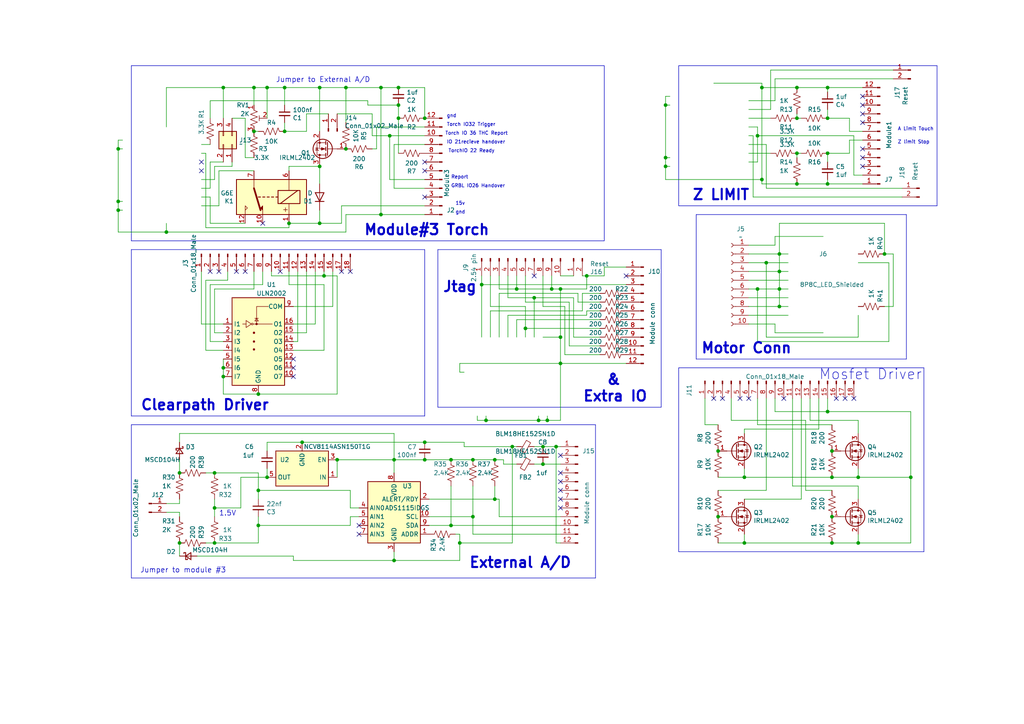
<source format=kicad_sch>
(kicad_sch (version 20230121) (generator eeschema)
  (paper "A4")
  (junction (at 93.98 80.01))
  (junction (at 161.29 129.54))
  (junction (at 130.81 133.35))
  (junction (at 114.3 133.35))
  (junction (at 248.92 138.43))
  (junction (at 139.7 82.55))
  (junction (at 48.26 67.31))
  (junction (at 160.02 83.82))
  (junction (at 34.29 58.42))
  (junction (at 231.14 25.4))
  (junction (at 123.19 133.35))
  (junction (at 73.66 25.4))
  (junction (at 87.63 128.27))
  (junction (at 62.23 147.32))
  (junction (at 100.33 43.18))
  (junction (at 74.93 152.4))
  (junction (at 220.98 25.4))
  (junction (at 143.51 133.35))
  (junction (at 115.57 25.4))
  (junction (at 74.93 114.3))
  (junction (at 226.06 88.9))
  (junction (at 64.77 109.22))
  (junction (at 222.25 76.2))
  (junction (at 83.82 64.77))
  (junction (at 241.3 138.43))
  (junction (at 123.19 34.29))
  (junction (at 74.93 142.24))
  (junction (at 114.3 162.56))
  (junction (at 62.23 157.48))
  (junction (at 149.86 83.82))
  (junction (at 110.49 25.4))
  (junction (at 82.55 25.4))
  (junction (at 241.3 130.81))
  (junction (at 110.49 62.23))
  (junction (at 193.04 30.48))
  (junction (at 92.71 64.77))
  (junction (at 130.81 152.4))
  (junction (at 97.79 133.35))
  (junction (at 154.94 86.36))
  (junction (at 140.97 121.92))
  (junction (at 240.03 53.34))
  (junction (at 34.29 60.96))
  (junction (at 219.71 39.37))
  (junction (at 219.71 83.82))
  (junction (at 162.56 83.82))
  (junction (at 264.16 138.43))
  (junction (at 92.71 48.26))
  (junction (at 208.28 149.86))
  (junction (at 73.66 38.1))
  (junction (at 231.14 53.34))
  (junction (at 137.16 133.35))
  (junction (at 113.03 39.37))
  (junction (at 77.47 138.43))
  (junction (at 137.16 149.86))
  (junction (at 133.35 157.48))
  (junction (at 215.9 157.48))
  (junction (at 62.23 137.16))
  (junction (at 226.06 73.66))
  (junction (at 226.06 78.74))
  (junction (at 115.57 30.48))
  (junction (at 152.4 95.25))
  (junction (at 115.57 34.29))
  (junction (at 34.29 43.18))
  (junction (at 248.92 157.48))
  (junction (at 231.14 44.45))
  (junction (at 220.98 52.07))
  (junction (at 240.03 25.4))
  (junction (at 82.55 38.1))
  (junction (at 231.14 34.29))
  (junction (at 208.28 130.81))
  (junction (at 77.47 25.4))
  (junction (at 240.03 44.45))
  (junction (at 123.19 128.27))
  (junction (at 241.3 157.48))
  (junction (at 157.48 134.62))
  (junction (at 148.59 129.54))
  (junction (at 193.04 48.26))
  (junction (at 170.18 80.01))
  (junction (at 240.03 119.38))
  (junction (at 240.03 34.29))
  (junction (at 241.3 149.86))
  (junction (at 64.77 106.68))
  (junction (at 64.77 25.4))
  (junction (at 226.06 83.82))
  (junction (at 193.04 45.72))
  (junction (at 256.54 73.66))
  (junction (at 215.9 138.43))
  (junction (at 143.51 144.78))
  (junction (at 52.07 137.16))
  (junction (at 52.07 157.48))
  (junction (at 100.33 25.4))
  (junction (at 157.48 129.54))
  (junction (at 162.56 105.41))
  (junction (at 162.56 97.79))
  (junction (at 92.71 25.4))
  (junction (at 156.21 121.92))
  (junction (at 158.75 121.92))
  (no_connect (at 71.12 78.74))
  (no_connect (at 250.19 43.18))
  (no_connect (at 123.19 49.53))
  (no_connect (at 209.55 115.57))
  (no_connect (at 60.96 78.74))
  (no_connect (at 162.56 147.32))
  (no_connect (at 162.56 139.7))
  (no_connect (at 162.56 137.16))
  (no_connect (at 58.42 46.99))
  (no_connect (at 99.06 78.74))
  (no_connect (at 162.56 144.78))
  (no_connect (at 104.14 152.4))
  (no_connect (at 242.57 115.57))
  (no_connect (at 85.09 106.68))
  (no_connect (at 250.19 27.94))
  (no_connect (at 217.17 115.57))
  (no_connect (at 123.19 57.15))
  (no_connect (at 245.11 115.57))
  (no_connect (at 68.58 78.74))
  (no_connect (at 247.65 115.57))
  (no_connect (at 81.28 78.74))
  (no_connect (at 76.2 64.77))
  (no_connect (at 123.19 46.99))
  (no_connect (at 181.61 80.01))
  (no_connect (at 154.94 80.01))
  (no_connect (at 104.14 154.94))
  (no_connect (at 250.19 30.48))
  (no_connect (at 85.09 104.14))
  (no_connect (at 63.5 78.74))
  (no_connect (at 162.56 142.24))
  (no_connect (at 85.09 109.22))
  (no_connect (at 214.63 115.57))
  (no_connect (at 250.19 33.02))
  (no_connect (at 101.6 78.74))
  (no_connect (at 250.19 35.56))
  (no_connect (at 227.33 115.57))
  (no_connect (at 58.42 49.53))
  (no_connect (at 250.19 48.26))
  (no_connect (at 207.01 115.57))
  (no_connect (at 250.19 45.72))
  (no_connect (at 162.56 132.08))
  (wire (pts (xy 114.3 162.56) (xy 114.3 160.02)))
  (wire (pts (xy 204.47 123.19) (xy 208.28 123.19)))
  (wire (pts (xy 264.16 138.43) (xy 248.92 138.43)))
  (wire (pts (xy 93.98 80.01) (xy 97.79 80.01)))
  (wire (pts (xy 175.26 80.01) (xy 175.26 77.47)))
  (wire (pts (xy 123.19 59.69) (xy 99.06 59.69)))
  (wire (pts (xy 161.29 157.48) (xy 162.56 157.48)))
  (wire (pts (xy 74.93 152.4) (xy 101.6 152.4)))
  (wire (pts (xy 62.23 48.26) (xy 67.31 48.26)))
  (wire (pts (xy 217.17 34.29) (xy 223.52 34.29)))
  (wire (pts (xy 62.23 96.52) (xy 64.77 96.52)))
  (wire (pts (xy 63.5 59.69) (xy 63.5 49.53)))
  (wire (pts (xy 162.56 105.41) (xy 162.56 121.92)))
  (wire (pts (xy 100.33 25.4) (xy 92.71 25.4)))
  (wire (pts (xy 247.65 50.8) (xy 247.65 39.37)))
  (wire (pts (xy 60.96 29.21) (xy 60.96 34.29)))
  (wire (pts (xy 193.04 48.26) (xy 194.31 48.26)))
  (wire (pts (xy 101.6 142.24) (xy 101.6 147.32)))
  (wire (pts (xy 233.68 142.24) (xy 241.3 142.24)))
  (wire (pts (xy 60.96 29.21) (xy 106.68 29.21)))
  (wire (pts (xy 107.95 39.37) (xy 113.03 39.37)))
  (wire (pts (xy 142.24 80.01) (xy 142.24 88.9)))
  (wire (pts (xy 99.06 59.69) (xy 99.06 64.77)))
  (wire (pts (xy 217.17 46.99) (xy 219.71 46.99)))
  (wire (pts (xy 219.71 99.06) (xy 257.81 99.06)))
  (wire (pts (xy 168.91 85.09) (xy 173.99 85.09)))
  (wire (pts (xy 259.08 73.66) (xy 259.08 88.9)))
  (wire (pts (xy 62.23 83.82) (xy 62.23 96.52)))
  (wire (pts (xy 106.68 29.21) (xy 106.68 30.48)))
  (wire (pts (xy 161.29 129.54) (xy 161.29 157.48)))
  (wire (pts (xy 232.41 144.78) (xy 215.9 144.78)))
  (wire (pts (xy 88.9 38.1) (xy 88.9 33.02)))
  (polyline (pts (xy 262.89 62.23) (xy 262.89 104.14)))
  (wire (pts (xy 160.02 83.82) (xy 162.56 83.82)))
  (wire (pts (xy 64.77 109.22) (xy 64.77 114.3)))
  (wire (pts (xy 222.25 76.2) (xy 222.25 97.79)))
  (wire (pts (xy 162.56 80.01) (xy 166.37 80.01)))
  (wire (pts (xy 246.38 44.45) (xy 240.03 44.45)))
  (wire (pts (xy 231.14 33.02) (xy 231.14 34.29)))
  (wire (pts (xy 69.85 147.32) (xy 69.85 138.43)))
  (polyline (pts (xy 127 118.11) (xy 191.77 118.11)))
  (wire (pts (xy 222.25 142.24) (xy 208.28 142.24)))
  (wire (pts (xy 57.15 161.29) (xy 85.09 161.29)))
  (wire (pts (xy 247.65 39.37) (xy 219.71 39.37)))
  (wire (pts (xy 217.17 41.91) (xy 222.25 41.91)))
  (wire (pts (xy 246.38 38.1) (xy 250.19 38.1)))
  (wire (pts (xy 74.93 137.16) (xy 74.93 142.24)))
  (wire (pts (xy 149.86 83.82) (xy 160.02 83.82)))
  (wire (pts (xy 138.43 120.65) (xy 138.43 121.92)))
  (wire (pts (xy 76.2 78.74) (xy 76.2 82.55)))
  (polyline (pts (xy 172.72 167.64) (xy 172.72 123.19)))
  (wire (pts (xy 137.16 149.86) (xy 137.16 154.94)))
  (wire (pts (xy 124.46 144.78) (xy 143.51 144.78)))
  (wire (pts (xy 232.41 34.29) (xy 231.14 34.29)))
  (wire (pts (xy 62.23 157.48) (xy 74.93 157.48)))
  (wire (pts (xy 257.81 76.2) (xy 248.92 76.2)))
  (polyline (pts (xy 271.78 19.05) (xy 271.78 59.69)))
  (polyline (pts (xy 123.19 120.65) (xy 38.1 120.65)))
  (wire (pts (xy 248.92 135.89) (xy 248.92 138.43)))
  (wire (pts (xy 114.3 41.91) (xy 123.19 41.91)))
  (polyline (pts (xy 196.85 160.02) (xy 267.97 160.02)))
  (wire (pts (xy 137.16 140.97) (xy 137.16 149.86)))
  (wire (pts (xy 231.14 25.4) (xy 240.03 25.4)))
  (wire (pts (xy 163.83 88.9) (xy 163.83 102.87)))
  (wire (pts (xy 207.01 24.13) (xy 220.98 24.13)))
  (wire (pts (xy 144.78 85.09) (xy 167.64 85.09)))
  (polyline (pts (xy 38.1 120.65) (xy 38.1 72.39)))
  (wire (pts (xy 224.79 68.58) (xy 238.76 68.58)))
  (wire (pts (xy 217.17 76.2) (xy 222.25 76.2)))
  (wire (pts (xy 219.71 123.19) (xy 241.3 123.19)))
  (wire (pts (xy 58.42 78.74) (xy 58.42 93.98)))
  (wire (pts (xy 93.98 82.55) (xy 83.82 82.55)))
  (wire (pts (xy 173.99 95.25) (xy 152.4 95.25)))
  (wire (pts (xy 73.66 25.4) (xy 77.47 25.4)))
  (wire (pts (xy 149.86 129.54) (xy 148.59 129.54)))
  (polyline (pts (xy 196.85 19.05) (xy 271.78 19.05)))
  (wire (pts (xy 144.78 83.82) (xy 149.86 83.82)))
  (wire (pts (xy 115.57 30.48) (xy 115.57 34.29)))
  (wire (pts (xy 163.83 102.87) (xy 173.99 102.87)))
  (wire (pts (xy 162.56 105.41) (xy 181.61 105.41)))
  (wire (pts (xy 97.79 133.35) (xy 114.3 133.35)))
  (wire (pts (xy 93.98 101.6) (xy 93.98 82.55)))
  (polyline (pts (xy 38.1 123.19) (xy 38.1 167.64)))
  (wire (pts (xy 240.03 53.34) (xy 240.03 52.07)))
  (wire (pts (xy 143.51 144.78) (xy 144.78 144.78)))
  (wire (pts (xy 156.21 121.92) (xy 158.75 121.92)))
  (wire (pts (xy 52.07 125.73) (xy 114.3 125.73)))
  (wire (pts (xy 71.12 45.72) (xy 73.66 45.72)))
  (wire (pts (xy 212.09 115.57) (xy 212.09 121.92)))
  (wire (pts (xy 93.98 80.01) (xy 93.98 78.74)))
  (wire (pts (xy 193.04 45.72) (xy 193.04 30.48)))
  (wire (pts (xy 97.79 80.01) (xy 97.79 114.3)))
  (wire (pts (xy 168.91 90.17) (xy 142.24 90.17)))
  (wire (pts (xy 52.07 157.48) (xy 52.07 161.29)))
  (wire (pts (xy 237.49 124.46) (xy 215.9 124.46)))
  (wire (pts (xy 71.12 45.72) (xy 71.12 34.29)))
  (wire (pts (xy 240.03 119.38) (xy 240.03 115.57)))
  (wire (pts (xy 224.79 96.52) (xy 238.76 96.52)))
  (wire (pts (xy 147.32 86.36) (xy 154.94 86.36)))
  (wire (pts (xy 123.19 128.27) (xy 87.63 128.27)))
  (wire (pts (xy 133.35 107.95) (xy 133.35 105.41)))
  (wire (pts (xy 175.26 77.47) (xy 181.61 77.47)))
  (wire (pts (xy 237.49 115.57) (xy 237.49 124.46)))
  (wire (pts (xy 229.87 115.57) (xy 229.87 140.97)))
  (wire (pts (xy 248.92 97.79) (xy 248.92 91.44)))
  (wire (pts (xy 240.03 25.4) (xy 240.03 26.67)))
  (wire (pts (xy 109.22 36.83) (xy 109.22 43.18)))
  (wire (pts (xy 256.54 64.77) (xy 256.54 73.66)))
  (wire (pts (xy 92.71 53.34) (xy 92.71 48.26)))
  (wire (pts (xy 85.09 162.56) (xy 114.3 162.56)))
  (polyline (pts (xy 127 72.39) (xy 191.77 72.39)))
  (wire (pts (xy 259.08 88.9) (xy 256.54 88.9)))
  (wire (pts (xy 48.26 67.31) (xy 34.29 67.31)))
  (wire (pts (xy 226.06 73.66) (xy 226.06 78.74)))
  (wire (pts (xy 248.92 154.94) (xy 248.92 157.48)))
  (wire (pts (xy 226.06 83.82) (xy 228.6 83.82)))
  (wire (pts (xy 240.03 31.75) (xy 240.03 34.29)))
  (wire (pts (xy 217.17 83.82) (xy 219.71 83.82)))
  (wire (pts (xy 217.17 31.75) (xy 223.52 31.75)))
  (wire (pts (xy 34.29 60.96) (xy 34.29 67.31)))
  (wire (pts (xy 234.95 121.92) (xy 248.92 121.92)))
  (wire (pts (xy 246.38 34.29) (xy 246.38 38.1)))
  (wire (pts (xy 78.74 80.01) (xy 93.98 80.01)))
  (wire (pts (xy 110.49 25.4) (xy 115.57 25.4)))
  (wire (pts (xy 248.92 157.48) (xy 241.3 157.48)))
  (wire (pts (xy 58.42 59.69) (xy 63.5 59.69)))
  (wire (pts (xy 226.06 73.66) (xy 228.6 73.66)))
  (wire (pts (xy 115.57 25.4) (xy 123.19 25.4)))
  (wire (pts (xy 59.69 157.48) (xy 62.23 157.48)))
  (wire (pts (xy 113.03 52.07) (xy 113.03 39.37)))
  (wire (pts (xy 170.18 80.01) (xy 175.26 80.01)))
  (wire (pts (xy 74.93 144.78) (xy 74.93 142.24)))
  (wire (pts (xy 96.52 88.9) (xy 96.52 78.74)))
  (wire (pts (xy 60.96 57.15) (xy 60.96 64.77)))
  (wire (pts (xy 134.62 107.95) (xy 133.35 107.95)))
  (wire (pts (xy 246.38 44.45) (xy 246.38 40.64)))
  (wire (pts (xy 74.93 157.48) (xy 74.93 152.4)))
  (wire (pts (xy 34.29 43.18) (xy 34.29 58.42)))
  (wire (pts (xy 85.09 99.06) (xy 86.36 99.06)))
  (polyline (pts (xy 172.72 123.19) (xy 38.1 123.19)))
  (wire (pts (xy 35.56 58.42) (xy 34.29 58.42)))
  (wire (pts (xy 60.96 99.06) (xy 64.77 99.06)))
  (wire (pts (xy 114.3 125.73) (xy 114.3 133.35)))
  (wire (pts (xy 154.94 134.62) (xy 157.48 134.62)))
  (wire (pts (xy 60.96 41.91) (xy 58.42 41.91)))
  (wire (pts (xy 170.18 90.17) (xy 173.99 90.17)))
  (wire (pts (xy 219.71 46.99) (xy 219.71 39.37)))
  (wire (pts (xy 246.38 40.64) (xy 250.19 40.64)))
  (wire (pts (xy 107.95 33.02) (xy 107.95 39.37)))
  (wire (pts (xy 219.71 39.37) (xy 219.71 36.83)))
  (wire (pts (xy 215.9 157.48) (xy 208.28 157.48)))
  (polyline (pts (xy 201.93 104.14) (xy 262.89 104.14)))
  (wire (pts (xy 63.5 49.53) (xy 73.66 49.53)))
  (wire (pts (xy 139.7 80.01) (xy 139.7 82.55)))
  (wire (pts (xy 64.77 34.29) (xy 64.77 25.4)))
  (wire (pts (xy 52.07 128.27) (xy 52.07 125.73)))
  (polyline (pts (xy 38.1 19.05) (xy 175.26 19.05)))
  (wire (pts (xy 166.37 97.79) (xy 173.99 97.79)))
  (wire (pts (xy 100.33 62.23) (xy 110.49 62.23)))
  (wire (pts (xy 64.77 104.14) (xy 64.77 106.68)))
  (wire (pts (xy 193.04 45.72) (xy 194.31 45.72)))
  (wire (pts (xy 149.86 80.01) (xy 149.86 83.82)))
  (wire (pts (xy 144.78 80.01) (xy 144.78 83.82)))
  (wire (pts (xy 193.04 48.26) (xy 193.04 45.72)))
  (wire (pts (xy 222.25 41.91) (xy 222.25 54.61)))
  (polyline (pts (xy 196.85 106.68) (xy 196.85 160.02)))
  (wire (pts (xy 87.63 128.27) (xy 77.47 128.27)))
  (wire (pts (xy 92.71 25.4) (xy 82.55 25.4)))
  (wire (pts (xy 100.33 25.4) (xy 110.49 25.4)))
  (wire (pts (xy 154.94 86.36) (xy 166.37 86.36)))
  (wire (pts (xy 148.59 129.54) (xy 134.62 129.54)))
  (wire (pts (xy 264.16 138.43) (xy 264.16 157.48)))
  (wire (pts (xy 58.42 54.61) (xy 60.96 54.61)))
  (wire (pts (xy 114.3 137.16) (xy 114.3 133.35)))
  (wire (pts (xy 231.14 53.34) (xy 240.03 53.34)))
  (wire (pts (xy 66.04 81.28) (xy 59.69 81.28)))
  (wire (pts (xy 215.9 138.43) (xy 241.3 138.43)))
  (wire (pts (xy 167.64 87.63) (xy 173.99 87.63)))
  (wire (pts (xy 59.69 44.45) (xy 58.42 44.45)))
  (polyline (pts (xy 191.77 72.39) (xy 191.77 118.11)))
  (wire (pts (xy 110.49 62.23) (xy 110.49 25.4)))
  (wire (pts (xy 165.1 87.63) (xy 165.1 100.33)))
  (wire (pts (xy 157.48 134.62) (xy 162.56 134.62)))
  (wire (pts (xy 248.92 121.92) (xy 248.92 125.73)))
  (wire (pts (xy 220.98 53.34) (xy 231.14 53.34)))
  (wire (pts (xy 140.97 121.92) (xy 156.21 121.92)))
  (wire (pts (xy 124.46 149.86) (xy 137.16 149.86)))
  (wire (pts (xy 168.91 85.09) (xy 168.91 90.17)))
  (wire (pts (xy 222.25 115.57) (xy 222.25 142.24)))
  (wire (pts (xy 222.25 97.79) (xy 248.92 97.79)))
  (wire (pts (xy 248.92 140.97) (xy 248.92 144.78)))
  (polyline (pts (xy 196.85 59.69) (xy 271.78 59.69)))
  (wire (pts (xy 217.17 86.36) (xy 228.6 86.36)))
  (wire (pts (xy 62.23 137.16) (xy 74.93 137.16)))
  (wire (pts (xy 97.79 138.43) (xy 97.79 133.35)))
  (wire (pts (xy 78.74 78.74) (xy 78.74 80.01)))
  (wire (pts (xy 114.3 162.56) (xy 133.35 162.56)))
  (wire (pts (xy 123.19 52.07) (xy 113.03 52.07)))
  (wire (pts (xy 130.81 140.97) (xy 130.81 152.4)))
  (wire (pts (xy 92.71 64.77) (xy 83.82 64.77)))
  (wire (pts (xy 113.03 39.37) (xy 123.19 39.37)))
  (wire (pts (xy 166.37 86.36) (xy 166.37 97.79)))
  (wire (pts (xy 193.04 52.07) (xy 220.98 52.07)))
  (wire (pts (xy 114.3 133.35) (xy 123.19 133.35)))
  (wire (pts (xy 224.79 119.38) (xy 240.03 119.38)))
  (wire (pts (xy 88.9 78.74) (xy 88.9 96.52)))
  (wire (pts (xy 88.9 96.52) (xy 85.09 96.52)))
  (wire (pts (xy 99.06 64.77) (xy 92.71 64.77)))
  (wire (pts (xy 100.33 67.31) (xy 100.33 62.23)))
  (wire (pts (xy 248.92 138.43) (xy 241.3 138.43)))
  (wire (pts (xy 161.29 129.54) (xy 157.48 129.54)))
  (wire (pts (xy 152.4 80.01) (xy 152.4 87.63)))
  (wire (pts (xy 88.9 33.02) (xy 95.25 33.02)))
  (wire (pts (xy 59.69 81.28) (xy 59.69 101.6)))
  (wire (pts (xy 83.82 64.77) (xy 83.82 66.04)))
  (wire (pts (xy 138.43 121.92) (xy 140.97 121.92)))
  (wire (pts (xy 62.23 144.78) (xy 62.23 147.32)))
  (wire (pts (xy 170.18 83.82) (xy 170.18 80.01)))
  (wire (pts (xy 114.3 54.61) (xy 114.3 41.91)))
  (wire (pts (xy 143.51 133.35) (xy 137.16 133.35)))
  (wire (pts (xy 246.38 34.29) (xy 240.03 34.29)))
  (wire (pts (xy 146.05 133.35) (xy 143.51 133.35)))
  (wire (pts (xy 58.42 57.15) (xy 60.96 57.15)))
  (wire (pts (xy 193.04 27.94) (xy 194.31 27.94)))
  (wire (pts (xy 64.77 114.3) (xy 74.93 114.3)))
  (wire (pts (xy 217.17 81.28) (xy 228.6 81.28)))
  (wire (pts (xy 219.71 115.57) (xy 219.71 123.19)))
  (wire (pts (xy 64.77 106.68) (xy 64.77 109.22)))
  (wire (pts (xy 97.79 33.02) (xy 107.95 33.02)))
  (wire (pts (xy 71.12 34.29) (xy 67.31 34.29)))
  (wire (pts (xy 152.4 88.9) (xy 142.24 88.9)))
  (polyline (pts (xy 38.1 72.39) (xy 123.19 72.39)))
  (wire (pts (xy 215.9 124.46) (xy 215.9 125.73)))
  (wire (pts (xy 146.05 133.35) (xy 146.05 134.62)))
  (wire (pts (xy 48.26 25.4) (xy 48.26 36.83)))
  (wire (pts (xy 62.23 147.32) (xy 69.85 147.32)))
  (wire (pts (xy 101.6 152.4) (xy 101.6 149.86)))
  (wire (pts (xy 152.4 95.25) (xy 152.4 97.79)))
  (wire (pts (xy 226.06 83.82) (xy 226.06 88.9)))
  (wire (pts (xy 250.19 50.8) (xy 247.65 50.8)))
  (wire (pts (xy 162.56 83.82) (xy 170.18 83.82)))
  (wire (pts (xy 101.6 149.86) (xy 104.14 149.86)))
  (wire (pts (xy 82.55 35.56) (xy 82.55 38.1)))
  (wire (pts (xy 140.97 120.65) (xy 140.97 121.92)))
  (wire (pts (xy 85.09 93.98) (xy 91.44 93.98)))
  (polyline (pts (xy 38.1 69.85) (xy 175.26 69.85)))
  (wire (pts (xy 139.7 82.55) (xy 181.61 82.55)))
  (polyline (pts (xy 262.89 62.23) (xy 201.93 62.23)))
  (wire (pts (xy 156.21 120.65) (xy 156.21 121.92)))
  (wire (pts (xy 97.79 114.3) (xy 74.93 114.3)))
  (wire (pts (xy 74.93 142.24) (xy 101.6 142.24)))
  (polyline (pts (xy 267.97 160.02) (xy 267.97 106.68)))
  (wire (pts (xy 34.29 43.18) (xy 35.56 43.18)))
  (wire (pts (xy 231.14 25.4) (xy 220.98 25.4)))
  (wire (pts (xy 58.42 93.98) (xy 64.77 93.98)))
  (wire (pts (xy 157.48 80.01) (xy 157.48 88.9)))
  (wire (pts (xy 240.03 46.99) (xy 240.03 44.45)))
  (polyline (pts (xy 123.19 72.39) (xy 123.19 120.65)))
  (wire (pts (xy 92.71 60.96) (xy 92.71 64.77)))
  (wire (pts (xy 264.16 157.48) (xy 248.92 157.48)))
  (wire (pts (xy 193.04 30.48) (xy 194.31 30.48)))
  (wire (pts (xy 212.09 121.92) (xy 233.68 121.92)))
  (wire (pts (xy 52.07 148.59) (xy 52.07 149.86)))
  (wire (pts (xy 66.04 78.74) (xy 66.04 81.28)))
  (wire (pts (xy 100.33 35.56) (xy 100.33 25.4)))
  (wire (pts (xy 152.4 87.63) (xy 165.1 87.63)))
  (wire (pts (xy 217.17 29.21) (xy 224.79 29.21)))
  (wire (pts (xy 158.75 121.92) (xy 162.56 121.92)))
  (wire (pts (xy 170.18 90.17) (xy 170.18 91.44)))
  (wire (pts (xy 74.93 38.1) (xy 73.66 38.1)))
  (wire (pts (xy 123.19 25.4) (xy 123.19 34.29)))
  (wire (pts (xy 218.44 39.37) (xy 218.44 57.15)))
  (wire (pts (xy 257.81 99.06) (xy 257.81 76.2)))
  (wire (pts (xy 142.24 90.17) (xy 142.24 97.79)))
  (wire (pts (xy 77.47 34.29) (xy 77.47 25.4)))
  (wire (pts (xy 217.17 73.66) (xy 226.06 73.66)))
  (wire (pts (xy 170.18 91.44) (xy 147.32 91.44)))
  (wire (pts (xy 224.79 115.57) (xy 224.79 119.38)))
  (wire (pts (xy 74.93 149.86) (xy 74.93 152.4)))
  (polyline (pts (xy 175.26 19.05) (xy 175.26 69.85)))
  (wire (pts (xy 226.06 78.74) (xy 228.6 78.74)))
  (wire (pts (xy 73.66 30.48) (xy 73.66 25.4)))
  (wire (pts (xy 134.62 128.27) (xy 123.19 128.27)))
  (wire (pts (xy 106.68 30.48) (xy 115.57 30.48)))
  (wire (pts (xy 59.69 137.16) (xy 62.23 137.16)))
  (wire (pts (xy 152.4 88.9) (xy 152.4 95.25)))
  (wire (pts (xy 91.44 93.98) (xy 91.44 78.74)))
  (wire (pts (xy 60.96 82.55) (xy 60.96 99.06)))
  (wire (pts (xy 154.94 86.36) (xy 154.94 97.79)))
  (wire (pts (xy 109.22 43.18) (xy 107.95 43.18)))
  (wire (pts (xy 77.47 25.4) (xy 82.55 25.4)))
  (wire (pts (xy 48.26 146.05) (xy 52.07 146.05)))
  (wire (pts (xy 226.06 64.77) (xy 256.54 64.77)))
  (wire (pts (xy 240.03 53.34) (xy 250.19 53.34)))
  (wire (pts (xy 85.09 101.6) (xy 93.98 101.6)))
  (wire (pts (xy 226.06 73.66) (xy 226.06 64.77)))
  (wire (pts (xy 59.69 66.04) (xy 59.69 44.45)))
  (polyline (pts (xy 127 72.39) (xy 127 118.11)))
  (wire (pts (xy 148.59 157.48) (xy 133.35 157.48)))
  (wire (pts (xy 143.51 140.97) (xy 143.51 144.78)))
  (wire (pts (xy 60.96 54.61) (xy 60.96 46.99)))
  (wire (pts (xy 133.35 157.48) (xy 133.35 162.56)))
  (wire (pts (xy 83.82 48.26) (xy 83.82 49.53)))
  (wire (pts (xy 222.25 76.2) (xy 228.6 76.2)))
  (wire (pts (xy 232.41 115.57) (xy 232.41 144.78)))
  (wire (pts (xy 215.9 138.43) (xy 215.9 135.89)))
  (wire (pts (xy 217.17 88.9) (xy 226.06 88.9)))
  (wire (pts (xy 133.35 105.41) (xy 162.56 105.41)))
  (wire (pts (xy 162.56 129.54) (xy 161.29 129.54)))
  (wire (pts (xy 52.07 146.05) (xy 52.07 144.78)))
  (wire (pts (xy 162.56 97.79) (xy 162.56 105.41)))
  (wire (pts (xy 62.23 147.32) (xy 62.23 149.86)))
  (wire (pts (xy 144.78 85.09) (xy 144.78 97.79)))
  (wire (pts (xy 144.78 144.78) (xy 144.78 149.86)))
  (wire (pts (xy 149.86 92.71) (xy 173.99 92.71)))
  (wire (pts (xy 208.28 138.43) (xy 215.9 138.43)))
  (wire (pts (xy 217.17 39.37) (xy 218.44 39.37)))
  (wire (pts (xy 154.94 129.54) (xy 157.48 129.54)))
  (polyline (pts (xy 201.93 62.23) (xy 201.93 104.14)))
  (wire (pts (xy 231.14 45.72) (xy 231.14 44.45)))
  (wire (pts (xy 139.7 82.55) (xy 139.7 97.79)))
  (wire (pts (xy 48.26 64.77) (xy 48.26 67.31)))
  (wire (pts (xy 92.71 25.4) (xy 92.71 38.1)))
  (wire (pts (xy 86.36 99.06) (xy 86.36 78.74)))
  (wire (pts (xy 222.25 54.61) (xy 261.62 54.61)))
  (wire (pts (xy 34.29 58.42) (xy 34.29 60.96)))
  (wire (pts (xy 82.55 25.4) (xy 82.55 30.48)))
  (wire (pts (xy 224.79 93.98) (xy 224.79 96.52)))
  (wire (pts (xy 85.09 88.9) (xy 96.52 88.9)))
  (wire (pts (xy 133.35 154.94) (xy 133.35 157.48)))
  (wire (pts (xy 67.31 48.26) (xy 67.31 46.99)))
  (wire (pts (xy 223.52 31.75) (xy 223.52 20.32)))
  (wire (pts (xy 240.03 25.4) (xy 250.19 25.4)))
  (wire (pts (xy 149.86 92.71) (xy 149.86 97.79)))
  (wire (pts (xy 240.03 119.38) (xy 264.16 119.38)))
  (wire (pts (xy 233.68 121.92) (xy 233.68 142.24)))
  (wire (pts (xy 83.82 66.04) (xy 59.69 66.04)))
  (wire (pts (xy 77.47 135.89) (xy 77.47 138.43)))
  (wire (pts (xy 144.78 149.86) (xy 162.56 149.86)))
  (wire (pts (xy 130.81 152.4) (xy 162.56 152.4)))
  (wire (pts (xy 101.6 147.32) (xy 104.14 147.32)))
  (wire (pts (xy 232.41 44.45) (xy 231.14 44.45)))
  (polyline (pts (xy 38.1 167.64) (xy 172.72 167.64)))
  (wire (pts (xy 85.09 161.29) (xy 85.09 162.56)))
  (wire (pts (xy 219.71 83.82) (xy 226.06 83.82)))
  (wire (pts (xy 193.04 30.48) (xy 193.04 27.94)))
  (wire (pts (xy 217.17 71.12) (xy 224.79 71.12)))
  (wire (pts (xy 73.66 78.74) (xy 73.66 83.82)))
  (wire (pts (xy 83.82 82.55) (xy 83.82 78.74)))
  (wire (pts (xy 148.59 129.54) (xy 148.59 157.48)))
  (wire (pts (xy 157.48 97.79) (xy 162.56 97.79)))
  (wire (pts (xy 60.96 46.99) (xy 64.77 46.99)))
  (wire (pts (xy 157.48 88.9) (xy 163.83 88.9)))
  (wire (pts (xy 224.79 29.21) (xy 224.79 22.86)))
  (wire (pts (xy 48.26 67.31) (xy 100.33 67.31)))
  (wire (pts (xy 226.06 88.9) (xy 228.6 88.9)))
  (wire (pts (xy 168.91 80.01) (xy 170.18 80.01)))
  (wire (pts (xy 224.79 71.12) (xy 224.79 68.58)))
  (wire (pts (xy 48.26 148.59) (xy 52.07 148.59)))
  (wire (pts (xy 62.23 48.26) (xy 62.23 52.07)))
  (wire (pts (xy 132.08 154.94) (xy 133.35 154.94)))
  (wire (pts (xy 69.85 138.43) (xy 77.47 138.43)))
  (wire (pts (xy 147.32 80.01) (xy 147.32 86.36)))
  (wire (pts (xy 64.77 25.4) (xy 73.66 25.4)))
  (wire (pts (xy 220.98 52.07) (xy 220.98 53.34)))
  (wire (pts (xy 77.47 128.27) (xy 77.47 130.81)))
  (wire (pts (xy 167.64 85.09) (xy 167.64 87.63)))
  (wire (pts (xy 217.17 91.44) (xy 228.6 91.44)))
  (wire (pts (xy 64.77 25.4) (xy 48.26 25.4)))
  (wire (pts (xy 134.62 129.54) (xy 134.62 128.27)))
  (wire (pts (xy 73.66 83.82) (xy 62.23 83.82)))
  (wire (pts (xy 256.54 73.66) (xy 259.08 73.66)))
  (wire (pts (xy 35.56 60.96) (xy 34.29 60.96)))
  (wire (pts (xy 226.06 78.74) (xy 226.06 83.82)))
  (wire (pts (xy 217.17 93.98) (xy 224.79 93.98)))
  (wire (pts (xy 123.19 62.23) (xy 110.49 62.23)))
  (wire (pts (xy 193.04 48.26) (xy 193.04 52.07)))
  (wire (pts (xy 52.07 137.16) (xy 52.07 133.35)))
  (wire (pts (xy 217.17 44.45) (xy 223.52 44.45)))
  (wire (pts (xy 264.16 119.38) (xy 264.16 138.43)))
  (wire (pts (xy 62.23 52.07) (xy 58.42 52.07)))
  (wire (pts (xy 165.1 100.33) (xy 173.99 100.33)))
  (wire (pts (xy 160.02 80.01) (xy 160.02 83.82)))
  (wire (pts (xy 123.19 133.35) (xy 130.81 133.35)))
  (wire (pts (xy 137.16 133.35) (xy 130.81 133.35)))
  (wire (pts (xy 215.9 154.94) (xy 215.9 157.48)))
  (polyline (pts (xy 196.85 19.05) (xy 196.85 59.69)))
  (polyline (pts (xy 267.97 106.68) (xy 196.85 106.68)))
  (wire (pts (xy 217.17 78.74) (xy 226.06 78.74)))
  (wire (pts (xy 219.71 83.82) (xy 219.71 99.06)))
  (wire (pts (xy 92.71 48.26) (xy 83.82 48.26)))
  (wire (pts (xy 219.71 36.83) (xy 217.17 36.83)))
  (wire (pts (xy 204.47 115.57) (xy 204.47 123.19)))
  (wire (pts (xy 241.3 157.48) (xy 215.9 157.48)))
  (wire (pts (xy 147.32 91.44) (xy 147.32 97.79)))
  (wire (pts (xy 220.98 24.13) (xy 220.98 25.4)))
  (wire (pts (xy 124.46 152.4) (xy 130.81 152.4)))
  (wire (pts (xy 123.19 54.61) (xy 114.3 54.61)))
  (wire (pts (xy 60.96 64.77) (xy 71.12 64.77)))
  (wire (pts (xy 60.96 82.55) (xy 76.2 82.55)))
  (wire (pts (xy 115.57 34.29) (xy 115.57 44.45)))
  (wire (pts (xy 162.56 97.79) (xy 162.56 83.82)))
  (wire (pts (xy 234.95 115.57) (xy 234.95 121.92)))
  (wire (pts (xy 158.75 120.65) (xy 158.75 121.92)))
  (wire (pts (xy 220.98 25.4) (xy 220.98 52.07)))
  (wire (pts (xy 88.9 38.1) (xy 82.55 38.1)))
  (polyline (pts (xy 38.1 19.05) (xy 38.1 69.85)))
  (wire (pts (xy 123.19 36.83) (xy 109.22 36.83)))
  (wire (pts (xy 146.05 134.62) (xy 149.86 134.62)))
  (wire (pts (xy 137.16 154.94) (xy 162.56 154.94)))
  (wire (pts (xy 35.56 40.64) (xy 34.29 40.64)))
  (wire (pts (xy 223.52 20.32) (xy 259.08 20.32)))
  (wire (pts (xy 34.29 40.64) (xy 34.29 43.18)))
  (wire (pts (xy 229.87 140.97) (xy 248.92 140.97)))
  (wire (pts (xy 59.69 101.6) (xy 64.77 101.6)))
  (wire (pts (xy 218.44 57.15) (xy 261.62 57.15)))
  (wire (pts (xy 224.79 22.86) (xy 259.08 22.86)))
  (text "TorchIO 22 Ready" (at 143.51 44.45 0) (effects (font (size 0.9906 0.9906)) (justify right bottom)))
  (text "Jumper to External A/D\n" (at 80.01 24.13 0) (effects (font (size 1.4986 1.4986)) (justify left bottom)))
  (text "Report" (at 130.81 52.07 0) (effects (font (size 0.9972 0.9972)) (justify left bottom)))
  (text "Z limit Stop" (at 260.35 41.91 0) (effects (font (size 0.9906 0.9906)) (justify left bottom)))
  (text "gnd" (at 129.54 34.29 0) (effects (font (size 0.9906 0.9906)) (justify left bottom)))
  (text "Jumper to module #3\n" (at 40.64 166.37 0) (effects (font (size 1.4986 1.4986)) (justify left bottom)))
  (text "Mosfet Driver" (at 237.49 110.49 0) (effects (font (size 2.9972 2.9972)) (justify left bottom)))
  (text "Torch IO32 Trigger" (at 129.54 36.83 0) (effects (font (size 0.9906 0.9906)) (justify left bottom)))
  (text "Motor Conn" (at 203.2 102.87 0) (effects (font (size 2.9972 2.9972) (thickness 0.5994) bold) (justify left bottom)))
  (text "   &\nExtra IO" (at 168.91 116.84 0) (effects (font (size 2.9972 2.9972) (thickness 0.5994) bold) (justify left bottom)))
  (text "External A/D" (at 135.89 165.1 0) (effects (font (size 2.9972 2.9972) (thickness 0.5994) bold) (justify left bottom)))
  (text "gnd" (at 132.08 62.23 0) (effects (font (size 0.9906 0.9906)) (justify left bottom)))
  (text "Clearpath Driver" (at 40.64 119.38 0) (effects (font (size 2.9972 2.9972) (thickness 0.5994) bold) (justify left bottom)))
  (text "Z LIMIT" (at 200.66 58.42 0) (effects (font (size 2.9972 2.9972) (thickness 0.5994) bold) (justify left bottom)))
  (text "15v" (at 132.08 59.69 0) (effects (font (size 0.9906 0.9906)) (justify left bottom)))
  (text "A Limit Touch" (at 260.35 38.1 0) (effects (font (size 0.9906 0.9906)) (justify left bottom)))
  (text "Torch IO 36 THC Report" (at 147.32 39.37 0) (effects (font (size 0.9906 0.9906)) (justify right bottom)))
  (text "Module#3 Torch" (at 105.41 68.58 0) (effects (font (size 2.9972 2.9972) (thickness 0.5994) bold) (justify left bottom)))
  (text "Jtag" (at 128.27 85.09 0) (effects (font (size 2.9972 2.9972) (thickness 0.5994) bold) (justify left bottom)))
  (text "IO 21recieve handover" (at 129.54 41.91 0) (effects (font (size 0.9906 0.9906)) (justify left bottom)))
  (text "1.5V" (at 63.5 149.86 0) (effects (font (size 1.4986 1.4986)) (justify left bottom)))
  (text "GRBL IO26 Handover" (at 130.81 54.61 0) (effects (font (size 0.9906 0.9906)) (justify left bottom)))
  (symbol (lib_id "Transistor_Array:ULN2002") (at 74.93 99.06 0) (unit 1)
    (property "Reference" "U1" (at 78.74 82.55 0))
    (property "Value" "ULN2002" (at 78.74 85.09 0))
    (property "Footprint" "Package_SO:SO-16_3.9x9.9mm_P1.27mm" (effects hide))
    (property "Datasheet" "http://www.ti.com/lit/ds/symlink/uln2003a.pdf" (effects hide))
    (property "LCSC" "C91899" (effects hide))
    (property "PN" "ULN2002D1013TR" (effects hide))
  )
  (symbol (lib_id "Connector:Conn_01x18_Male") (at 78.74 73.66 90) (mirror x) (unit 1)
    (property "Reference" "J3" (at 53.8226 76.4032 0))
    (property "Value" "Conn_01x18_Male" (at 56.134 76.4032 0))
    (property "Footprint" "Libraries - Plasma-Board:ClearpathDriver" (effects hide))
  )
  (symbol (lib_id "Connector:Conn_01x10_Female") (at 212.09 81.28 0) (mirror y) (unit 1)
    (property "Reference" "J5" (at 214.8332 66.421 0))
    (property "Value" "~" (at 214.8332 68.7324 0))
    (property "Footprint" "Connector_PinSocket_2.54mm:PinSocket_2x05_P2.54mm_Horizontal" (effects hide))
  )
  (symbol (lib_id "Connector:Conn_01x12_Male") (at 255.27 40.64 180) (unit 1)
    (property "Reference" "J7" (at 256.54 52.07 0) (effects (justify right)))
    (property "Value" "Module1" (at 257.81 43.18 90) (effects (justify right)))
    (property "Footprint" "Connector_PinHeader_2.54mm:PinHeader_1x12_P2.54mm_Vertical" (effects hide))
  )
  (symbol (lib_id "Device:C_Small") (at 240.03 29.21 0) (mirror y) (unit 1)
    (property "Reference" "C4" (at 242.3668 30.3784 0) (effects (justify right)))
    (property "Value" "1uf" (at 242.3668 28.067 0) (effects (justify right)))
    (property "Footprint" "Capacitor_SMD:C_0603_1608Metric_Pad1.08x0.95mm_HandSolder" (effects hide))
    (property "Datasheet" "https://datasheet.lcsc.com/szlcsc/Samsung-Electro-Mechanics-CL10B105KA8NNNC_C29936.pdf" (effects hide))
    (property "LCSC" "C29936" (effects hide))
    (property "PN" "CL10B105KA8NNNC " (effects hide))
  )
  (symbol (lib_id "Device:R_US") (at 236.22 34.29 270) (mirror x) (unit 1)
    (property "Reference" "R15" (at 236.22 31.75 90))
    (property "Value" "10K" (at 236.22 37.1856 90))
    (property "Footprint" "Resistor_SMD:R_0603_1608Metric_Pad0.98x0.95mm_HandSolder" (effects hide))
    (property "LCSC" "C144081" (effects hide))
    (property "PN" "AF0603FR-0710KL" (effects hide))
  )
  (symbol (lib_id "Device:R_US") (at 231.14 29.21 0) (mirror x) (unit 1)
    (property "Reference" "R13" (at 226.06 31.75 0) (effects (justify left)))
    (property "Value" "1K" (at 226.06 29.21 0) (effects (justify left)))
    (property "Footprint" "Resistor_SMD:R_0603_1608Metric_Pad0.98x0.95mm_HandSolder" (effects hide))
    (property "LCSC" "C22548" (effects hide))
    (property "PN" "RC0603FR-071KL" (effects hide))
  )
  (symbol (lib_id "Device:R_US") (at 227.33 34.29 90) (unit 1)
    (property "Reference" "R11" (at 226.06 36.83 90) (effects (justify right)))
    (property "Value" "3.3K" (at 226.06 38.1 90) (effects (justify right)))
    (property "Footprint" "Resistor_SMD:R_0603_1608Metric_Pad0.98x0.95mm_HandSolder" (effects hide))
    (property "LCSC" "C144661" (effects hide))
    (property "PN" "AC0603FR-073K3L" (effects hide))
  )
  (symbol (lib_id "Device:C_Small") (at 240.03 49.53 180) (unit 1)
    (property "Reference" "C5" (at 242.3668 48.3616 0) (effects (justify right)))
    (property "Value" "1uf" (at 242.3668 50.673 0) (effects (justify right)))
    (property "Footprint" "Capacitor_SMD:C_0603_1608Metric_Pad1.08x0.95mm_HandSolder" (effects hide))
    (property "Datasheet" "https://datasheet.lcsc.com/szlcsc/Samsung-Electro-Mechanics-CL10B105KA8NNNC_C29936.pdf" (effects hide))
    (property "LCSC" "C29936" (effects hide))
    (property "PN" "CL10B105KA8NNNC " (effects hide))
  )
  (symbol (lib_id "Device:R_US") (at 236.22 44.45 270) (unit 1)
    (property "Reference" "R16" (at 236.22 46.99 90))
    (property "Value" "10K" (at 236.22 41.5544 90))
    (property "Footprint" "Resistor_SMD:R_0603_1608Metric_Pad0.98x0.95mm_HandSolder" (effects hide))
    (property "LCSC" "C144081" (effects hide))
    (property "PN" "AF0603FR-0710KL" (effects hide))
  )
  (symbol (lib_id "Device:R_US") (at 231.14 49.53 0) (unit 1)
    (property "Reference" "R14" (at 226.06 46.99 0) (effects (justify left)))
    (property "Value" "1K" (at 226.06 49.53 0) (effects (justify left)))
    (property "Footprint" "Resistor_SMD:R_0603_1608Metric_Pad0.98x0.95mm_HandSolder" (effects hide))
    (property "LCSC" "C22548" (effects hide))
    (property "PN" "RC0603FR-071KL" (effects hide))
  )
  (symbol (lib_id "Device:R_US") (at 227.33 44.45 90) (mirror x) (unit 1)
    (property "Reference" "R12" (at 226.06 40.64 90) (effects (justify right)))
    (property "Value" "3.3K" (at 226.06 41.91 90) (effects (justify right)))
    (property "Footprint" "Resistor_SMD:R_0603_1608Metric_Pad0.98x0.95mm_HandSolder" (effects hide))
    (property "LCSC" "C144661" (effects hide))
    (property "PN" "AC0603FR-073K3L" (effects hide))
  )
  (symbol (lib_id "Torch-Module-rescue:8P8C_Shielded_Custom-8P8C_Shielded") (at 48.26 52.07 0) (unit 1)
    (property "Reference" "J1" (at 43.18 38.1 0) (effects (justify right)))
    (property "Value" "Torch" (at 44.45 35.56 0) (effects (justify right)))
    (property "Footprint" "RJHSE-3380:RJHSE3384" (effects hide))
    (property "Datasheet" "https://datasheet.lcsc.com/szlcsc/1811141123_Shanghai-YDS-Tech-51F-1210GY2D2NL_C179768.pdf" (effects hide))
    (property "LCSC" "C179768" (effects hide))
    (property "PN" "51F-1210GY2D2NL" (effects hide))
  )
  (symbol (lib_id "Torch-Module-rescue:8P8C_Shielded_Custom-8P8C_Shielded") (at 207.01 39.37 0) (unit 1)
    (property "Reference" "J4" (at 201.93 25.4 0) (effects (justify right)))
    (property "Value" "Limit" (at 203.2 22.86 0) (effects (justify right)))
    (property "Footprint" "RJHSE-3380:RJHSE3384" (effects hide))
    (property "Datasheet" "https://datasheet.lcsc.com/szlcsc/1811141123_Shanghai-YDS-Tech-51F-1210GY2D2NL_C179768.pdf" (effects hide))
    (property "LCSC" "C179768" (effects hide))
    (property "PN" "51F-1210GY2D2NL" (effects hide))
  )
  (symbol (lib_id "Connector:Conn_01x12_Male") (at 186.69 90.17 0) (mirror y) (unit 1)
    (property "Reference" "J10" (at 187.96 78.74 0) (effects (justify right)))
    (property "Value" "Module conn" (at 189.23 87.63 90) (effects (justify right)))
    (property "Footprint" "Connector_PinHeader_2.54mm:PinHeader_1x12_P2.54mm_Vertical" (effects hide))
  )
  (symbol (lib_id "Connector:Conn_01x10_Male") (at 149.86 74.93 90) (mirror x) (unit 1)
    (property "Reference" "J9" (at 135.1026 77.6732 0))
    (property "Value" "2.54 pin" (at 137.414 77.6732 0))
    (property "Footprint" "Connector_PinHeader_2.54mm:PinHeader_2x05_P2.54mm_Vertical" (effects hide))
  )
  (symbol (lib_id "Device:R_US") (at 119.38 44.45 90) (unit 1)
    (property "Reference" "R7" (at 119.38 49.657 90))
    (property "Value" "200" (at 119.38 47.3456 90))
    (property "Footprint" "Resistor_SMD:R_0603_1608Metric_Pad0.98x0.95mm_HandSolder" (effects hide))
    (property "LCSC" "C125935" (effects hide))
    (property "PN" "AC0603FR-07200RL" (effects hide))
  )
  (symbol (lib_id "Device:R_US") (at 177.8 85.09 270) (unit 1)
    (property "Reference" "R22" (at 180.34 83.82 90))
    (property "Value" "200" (at 172.72 83.82 90))
    (property "Footprint" "Resistor_SMD:R_0603_1608Metric_Pad0.98x0.95mm_HandSolder" (effects hide))
    (property "LCSC" "C125935" (effects hide))
    (property "PN" "AC0603FR-07200RL" (effects hide))
  )
  (symbol (lib_id "Connector:Conn_01x18_Male") (at 224.79 110.49 90) (mirror x) (unit 1)
    (property "Reference" "J11" (at 199.8726 113.2332 0))
    (property "Value" "Conn_01x18_Male" (at 224.79 109.22 90))
    (property "Footprint" "Libraries - Plasma-Board:ClearpathDriver" (effects hide))
  )
  (symbol (lib_id "Device:R_US") (at 177.8 87.63 270) (unit 1)
    (property "Reference" "R23" (at 180.34 86.36 90))
    (property "Value" "200" (at 172.72 86.36 90))
    (property "Footprint" "Resistor_SMD:R_0603_1608Metric_Pad0.98x0.95mm_HandSolder" (effects hide))
    (property "LCSC" "C125935" (effects hide))
    (property "PN" "AC0603FR-07200RL" (effects hide))
  )
  (symbol (lib_id "Device:R_US") (at 177.8 90.17 270) (unit 1)
    (property "Reference" "R24" (at 180.34 88.9 90))
    (property "Value" "200" (at 172.72 88.9 90))
    (property "Footprint" "Resistor_SMD:R_0603_1608Metric_Pad0.98x0.95mm_HandSolder" (effects hide))
    (property "LCSC" "C125935" (effects hide))
    (property "PN" "AC0603FR-07200RL" (effects hide))
  )
  (symbol (lib_id "Device:R_US") (at 177.8 92.71 270) (unit 1)
    (property "Reference" "R25" (at 180.34 91.44 90))
    (property "Value" "200" (at 172.72 91.44 90))
    (property "Footprint" "Resistor_SMD:R_0603_1608Metric_Pad0.98x0.95mm_HandSolder" (effects hide))
    (property "LCSC" "C125935" (effects hide))
    (property "PN" "AC0603FR-07200RL" (effects hide))
  )
  (symbol (lib_id "Device:R_US") (at 177.8 95.25 270) (unit 1)
    (property "Reference" "R26" (at 180.34 93.98 90))
    (property "Value" "200" (at 172.72 93.98 90))
    (property "Footprint" "Resistor_SMD:R_0603_1608Metric_Pad0.98x0.95mm_HandSolder" (effects hide))
    (property "LCSC" "C125935" (effects hide))
    (property "PN" "AC0603FR-07200RL" (effects hide))
  )
  (symbol (lib_id "Device:R_US") (at 177.8 97.79 270) (unit 1)
    (property "Reference" "R27" (at 180.34 96.52 90))
    (property "Value" "200" (at 172.72 96.52 90))
    (property "Footprint" "Resistor_SMD:R_0603_1608Metric_Pad0.98x0.95mm_HandSolder" (effects hide))
    (property "LCSC" "C125935" (effects hide))
    (property "PN" "AC0603FR-07200RL" (effects hide))
  )
  (symbol (lib_id "Device:R_US") (at 177.8 100.33 270) (unit 1)
    (property "Reference" "R28" (at 180.34 99.06 90))
    (property "Value" "200" (at 172.72 99.06 90))
    (property "Footprint" "Resistor_SMD:R_0603_1608Metric_Pad0.98x0.95mm_HandSolder" (effects hide))
    (property "LCSC" "C125935" (effects hide))
    (property "PN" "AC0603FR-07200RL" (effects hide))
  )
  (symbol (lib_id "Device:R_US") (at 177.8 102.87 270) (unit 1)
    (property "Reference" "R29" (at 180.34 101.6 90))
    (property "Value" "200" (at 172.72 101.6 90))
    (property "Footprint" "Resistor_SMD:R_0603_1608Metric_Pad0.98x0.95mm_HandSolder" (effects hide))
    (property "LCSC" "C125935" (effects hide))
    (property "PN" "AC0603FR-07200RL" (effects hide))
  )
  (symbol (lib_id "Device:R_US") (at 119.38 34.29 90) (unit 1)
    (property "Reference" "R2" (at 119.38 36.83 90))
    (property "Value" "1K" (at 119.38 31.75 90))
    (property "Footprint" "Resistor_SMD:R_0603_1608Metric_Pad0.98x0.95mm_HandSolder" (effects hide))
    (property "LCSC" "C22548" (effects hide))
    (property "PN" "RC0603FR-071KL" (effects hide))
  )
  (symbol (lib_id "Device:R_US") (at 208.28 134.62 0) (unit 1)
    (property "Reference" "R9" (at 203.073 134.62 90))
    (property "Value" "10K" (at 205.3844 134.62 90))
    (property "Footprint" "Resistor_SMD:R_0603_1608Metric_Pad0.98x0.95mm_HandSolder" (effects hide))
    (property "LCSC" "C144081" (effects hide))
    (property "PN" "AF0603FR-0710KL" (effects hide))
  )
  (symbol (lib_id "Device:R_US") (at 208.28 127 0) (unit 1)
    (property "Reference" "R8" (at 203.073 127 90))
    (property "Value" "200" (at 205.3844 127 90))
    (property "Footprint" "Resistor_SMD:R_0603_1608Metric_Pad0.98x0.95mm_HandSolder" (effects hide))
    (property "LCSC" "C125935" (effects hide))
    (property "PN" "AC0603FR-07200RL" (effects hide))
  )
  (symbol (lib_id "Torch-Module-rescue:R_POT_TRIM_US-Device") (at 73.66 34.29 0) (unit 1)
    (property "Reference" "RV1" (at 72.39 30.48 0) (effects (justify right)))
    (property "Value" "2K" (at 72.39 33.02 0) (effects (justify right)))
    (property "Footprint" "Potentiometer_THT:Potentiometer_Bourns_3339S_Horizontal" (effects hide))
  )
  (symbol (lib_id "Device:R_US") (at 241.3 134.62 0) (unit 1)
    (property "Reference" "R19" (at 236.093 134.62 90))
    (property "Value" "10K" (at 238.4044 134.62 90))
    (property "Footprint" "Resistor_SMD:R_0603_1608Metric_Pad0.98x0.95mm_HandSolder" (effects hide))
    (property "LCSC" "C144081" (effects hide))
    (property "PN" "AF0603FR-0710KL" (effects hide))
  )
  (symbol (lib_id "Device:R_US") (at 241.3 127 0) (unit 1)
    (property "Reference" "R18" (at 236.093 127 90))
    (property "Value" "200" (at 238.4044 127 90))
    (property "Footprint" "Resistor_SMD:R_0603_1608Metric_Pad0.98x0.95mm_HandSolder" (effects hide))
    (property "LCSC" "C125935" (effects hide))
    (property "PN" "AC0603FR-07200RL" (effects hide))
  )
  (symbol (lib_id "Device:R_US") (at 208.28 153.67 0) (unit 1)
    (property "Reference" "R17" (at 203.073 153.67 90))
    (property "Value" "10K" (at 205.3844 153.67 90))
    (property "Footprint" "Resistor_SMD:R_0603_1608Metric_Pad0.98x0.95mm_HandSolder" (effects hide))
    (property "LCSC" "C144081" (effects hide))
    (property "PN" "AF0603FR-0710KL" (effects hide))
  )
  (symbol (lib_id "Device:R_US") (at 208.28 146.05 0) (unit 1)
    (property "Reference" "R10" (at 203.073 146.05 90))
    (property "Value" "200" (at 205.3844 146.05 90))
    (property "Footprint" "Resistor_SMD:R_0603_1608Metric_Pad0.98x0.95mm_HandSolder" (effects hide))
    (property "LCSC" "C125935" (effects hide))
    (property "PN" "AC0603FR-07200RL" (effects hide))
  )
  (symbol (lib_id "Device:R_US") (at 241.3 153.67 0) (unit 1)
    (property "Reference" "R21" (at 236.093 153.67 90))
    (property "Value" "10K" (at 238.4044 153.67 90))
    (property "Footprint" "Resistor_SMD:R_0603_1608Metric_Pad0.98x0.95mm_HandSolder" (effects hide))
    (property "LCSC" "C144081" (effects hide))
    (property "PN" "AF0603FR-0710KL" (effects hide))
  )
  (symbol (lib_id "Device:R_US") (at 241.3 146.05 0) (unit 1)
    (property "Reference" "R20" (at 236.093 146.05 90))
    (property "Value" "200" (at 238.4044 146.05 90))
    (property "Footprint" "Resistor_SMD:R_0603_1608Metric_Pad0.98x0.95mm_HandSolder" (effects hide))
    (property "LCSC" "C125935" (effects hide))
    (property "PN" "AC0603FR-07200RL" (effects hide))
  )
  (symbol (lib_id "Torch-Module-rescue:8P8C_Shielded_Custom-8P8C_Shielded") (at 147.32 107.95 270) (mirror x) (unit 1)
    (property "Reference" "J8" (at 161.29 113.03 0) (effects (justify right)))
    (property "Value" "Torch" (at 163.83 111.76 0) (effects (justify right)))
    (property "Footprint" "RJHSE-3380:RJHSE3384" (effects hide))
    (property "Datasheet" "https://datasheet.lcsc.com/szlcsc/1811141123_Shanghai-YDS-Tech-51F-1210GY2D2NL_C179768.pdf" (effects hide))
    (property "LCSC" "C179768" (effects hide))
    (property "PN" "51F-1210GY2D2NL" (effects hide))
  )
  (symbol (lib_id "Connector_Generic:Conn_02x02_Counter_Clockwise") (at 67.31 41.91 270) (mirror x) (unit 1)
    (property "Reference" "J13" (at 69.342 40.64 90) (effects (justify left)))
    (property "Value" "~" (at 69.342 41.783 90) (effects (justify left)))
    (property "Footprint" "Connector_PinHeader_2.54mm:PinHeader_2x02_P2.54mm_Vertical" (effects hide))
  )
  (symbol (lib_id "Torch-Module-rescue:My_library_8P8C_LED_Shielded-Torch_Module-cache") (at 238.76 81.28 180) (unit 1)
    (property "Reference" "J6" (at 238.76 73.66 0))
    (property "Value" "8P8C_LED_Shielded" (at 241.3 82.55 0))
    (property "Footprint" "Connector_RJ:RJ45_Amphenol_RJHSE538X" (effects hide))
    (property "Datasheet" "https://datasheet.lcsc.com/szlcsc/1811141123_Ckmtw-Shenzhen-Cankemeng-C133529_C133529.pdf" (effects hide))
    (property "LCSC" "C133529" (effects hide))
    (property "PN" "C133529" (effects hide))
  )
  (symbol (lib_id "Analog_ADC:ADS1115IDGS") (at 114.3 149.86 0) (unit 1)
    (property "Reference" "U3" (at 118.11 140.97 0))
    (property "Value" "ADS1115IDGS" (at 118.11 147.32 0))
    (property "Footprint" "Package_SO:TSSOP-10_3x3mm_P0.5mm" (effects hide))
    (property "Datasheet" "http://www.ti.com/lit/ds/symlink/ads1113.pdf" (effects hide))
    (property "LCSC" "C37593" (effects hide))
    (property "PN" "ADS1115IDGSR" (effects hide))
  )
  (symbol (lib_id "Device:R_US") (at 55.88 137.16 270) (unit 1)
    (property "Reference" "R38" (at 58.42 132.08 0) (effects (justify left)))
    (property "Value" "200" (at 55.88 132.08 0) (effects (justify left)))
    (property "Footprint" "Resistor_SMD:R_0603_1608Metric_Pad0.98x0.95mm_HandSolder" (effects hide))
    (property "LCSC" "C125935" (effects hide))
    (property "PN" "AC0603FR-07200RL" (effects hide))
  )
  (symbol (lib_id "Connector:Conn_01x12_Male") (at 167.64 142.24 0) (mirror y) (unit 1)
    (property "Reference" "J15" (at 168.91 130.81 0) (effects (justify right)))
    (property "Value" "Module conn" (at 170.18 139.7 90) (effects (justify right)))
    (property "Footprint" "Connector_PinHeader_2.54mm:PinHeader_1x12_P2.54mm_Vertical" (effects hide))
  )
  (symbol (lib_id "Connector:Conn_01x02_Male") (at 166.37 74.93 90) (mirror x) (unit 1)
    (property "Reference" "J16" (at 171.1452 78.8416 90) (effects (justify right)))
    (property "Value" "Reset" (at 171.1452 76.5302 90) (effects (justify right)))
    (property "Footprint" "Connector_PinHeader_2.54mm:PinHeader_1x02_P2.54mm_Vertical" (effects hide))
  )
  (symbol (lib_id "Device:R_US") (at 252.73 73.66 270) (unit 1)
    (property "Reference" "R40" (at 255.27 68.58 0) (effects (justify left)))
    (property "Value" "1K" (at 252.73 68.58 0) (effects (justify left)))
    (property "Footprint" "Resistor_SMD:R_0603_1608Metric_Pad0.98x0.95mm_HandSolder" (effects hide))
    (property "LCSC" "C22548" (effects hide))
    (property "PN" "RC0603FR-071KL" (effects hide))
  )
  (symbol (lib_id "Device:R_US") (at 252.73 88.9 270) (unit 1)
    (property "Reference" "R41" (at 255.27 83.82 0) (effects (justify left)))
    (property "Value" "1K" (at 252.73 83.82 0) (effects (justify left)))
    (property "Footprint" "Resistor_SMD:R_0603_1608Metric_Pad0.98x0.95mm_HandSolder" (effects hide))
    (property "LCSC" "C22548" (effects hide))
    (property "PN" "RC0603FR-071KL" (effects hide))
  )
  (symbol (lib_id "Device:R_US") (at 55.88 157.48 270) (unit 1)
    (property "Reference" "R39" (at 58.42 152.4 0) (effects (justify left)))
    (property "Value" "200" (at 55.88 152.4 0) (effects (justify left)))
    (property "Footprint" "Resistor_SMD:R_0603_1608Metric_Pad0.98x0.95mm_HandSolder" (effects hide))
    (property "LCSC" "C125935" (effects hide))
    (property "PN" "AC0603FR-07200RL" (effects hide))
  )
  (symbol (lib_id "Device:R_US") (at 137.16 137.16 0) (unit 1)
    (property "Reference" "R36" (at 132.08 134.62 0) (effects (justify left)))
    (property "Value" "2.4K" (at 132.08 137.16 0) (effects (justify left)))
    (property "Footprint" "Resistor_SMD:R_0603_1608Metric_Pad0.98x0.95mm_HandSolder" (effects hide))
    (property "LCSC" "C144674" (effects hide))
    (property "PN" "AC0603FR-072K4L" (effects hide))
  )
  (symbol (lib_id "Device:R_US") (at 143.51 137.16 0) (unit 1)
    (property "Reference" "R37" (at 138.43 134.62 0) (effects (justify left)))
    (property "Value" "2.4K" (at 138.43 137.16 0) (effects (justify left)))
    (property "Footprint" "Resistor_SMD:R_0603_1608Metric_Pad0.98x0.95mm_HandSolder" (effects hide))
    (property "LCSC" "C144674" (effects hide))
    (property "PN" "AC0603FR-072K4L" (effects hide))
  )
  (symbol (lib_id "Device:R_US") (at 130.81 137.16 0) (unit 1)
    (property "Reference" "R35" (at 125.73 134.62 0) (effects (justify left)))
    (property "Value" "2.4K" (at 125.73 137.16 0) (effects (justify left)))
    (property "Footprint" "Resistor_SMD:R_0603_1608Metric_Pad0.98x0.95mm_HandSolder" (effects hide))
    (property "LCSC" "C144674" (effects hide))
    (property "PN" "AC0603FR-072K4L" (effects hide))
  )
  (symbol (lib_id "Connector:Conn_01x02_Male") (at 95.25 38.1 90) (unit 1)
    (property "Reference" "J14" (at 100.0252 34.1884 90) (effects (justify right)))
    (property "Value" "Conn_01x02_Male" (at 100.0252 36.4998 90) (effects (justify right)))
    (property "Footprint" "Connector_PinHeader_2.54mm:PinHeader_1x02_P2.54mm_Vertical" (effects hide))
  )
  (symbol (lib_id "Connector:Conn_01x02_Male") (at 43.18 146.05 0) (unit 1)
    (property "Reference" "J12" (at 45.72 143.51 0))
    (property "Value" "Conn_01x02_Male" (at 39.37 147.32 90))
    (property "Footprint" "Connector_PinHeader_2.54mm:PinHeader_1x02_P2.54mm_Vertical" (effects hide))
  )
  (symbol (lib_id "Device:R_US") (at 62.23 153.67 180) (unit 1)
    (property "Reference" "R33" (at 67.31 156.21 0) (effects (justify left)))
    (property "Value" "1K" (at 67.31 153.67 0) (effects (justify left)))
    (property "Footprint" "Resistor_SMD:R_0603_1608Metric_Pad0.98x0.95mm_HandSolder" (effects hide))
    (property "LCSC" "C22548" (effects hide))
    (property "PN" "RC0603FR-071KL" (effects hide))
  )
  (symbol (lib_id "Device:R_US") (at 62.23 140.97 180) (unit 1)
    (property "Reference" "R32" (at 67.31 143.51 0) (effects (justify left)))
    (property "Value" "1K" (at 67.31 140.97 0) (effects (justify left)))
    (property "Footprint" "Resistor_SMD:R_0603_1608Metric_Pad0.98x0.95mm_HandSolder" (effects hide))
    (property "LCSC" "C22548" (effects hide))
    (property "PN" "RC0603FR-071KL" (effects hide))
  )
  (symbol (lib_id "Device:R_US") (at 52.07 153.67 0) (unit 1)
    (property "Reference" "R31" (at 46.99 151.13 0) (effects (justify left)))
    (property "Value" "2K" (at 46.99 153.67 0) (effects (justify left)))
    (property "Footprint" "Resistor_SMD:R_0603_1608Metric_Pad0.98x0.95mm_HandSolder" (effects hide))
    (property "LCSC" "C125933" (effects hide))
    (property "PN" "AC0603FR-072KL" (effects hide))
  )
  (symbol (lib_id "Device:R_US") (at 52.07 140.97 0) (unit 1)
    (property "Reference" "R30" (at 46.99 138.43 0) (effects (justify left)))
    (property "Value" "1K" (at 46.99 140.97 0) (effects (justify left)))
    (property "Footprint" "Resistor_SMD:R_0603_1608Metric_Pad0.98x0.95mm_HandSolder" (effects hide))
    (property "LCSC" "C22548" (effects hide))
    (property "PN" "RC0603FR-071KL" (effects hide))
  )
  (symbol (lib_id "Device:C_Small") (at 74.93 147.32 0) (mirror y) (unit 1)
    (property "Reference" "C3" (at 77.2668 148.4884 0) (effects (justify right)))
    (property "Value" "22nf" (at 77.2668 146.177 0) (effects (justify right)))
    (property "Footprint" "Capacitor_SMD:C_0603_1608Metric_Pad1.08x0.95mm_HandSolder" (effects hide))
    (property "Datasheet" "https://datasheet.lcsc.com/szlcsc/Samsung-Electro-Mechanics-CL10B223KB8NNNC_C21122.pdf" (effects hide))
    (property "LCSC" "C21122" (effects hide))
    (property "PN" "CL10B223KB8NNNC" (effects hide))
  )
  (symbol (lib_id "Connector:Conn_01x02_Male") (at 264.16 20.32 0) (mirror y) (unit 1)
    (property "Reference" "J17" (at 260.2484 25.0952 90) (effects (justify right)))
    (property "Value" "Reset" (at 262.5598 25.0952 90) (effects (justify right)))
    (property "Footprint" "Connector_PinHeader_2.54mm:PinHeader_1x02_P2.54mm_Vertical" (effects hide))
  )
  (symbol (lib_id "Connector:Conn_01x02_Male") (at 266.7 54.61 0) (mirror y) (unit 1)
    (property "Reference" "J18" (at 261.62 48.26 90) (effects (justify right)))
    (property "Value" "Reset" (at 265.43 46.99 90) (effects (justify right)))
    (property "Footprint" "Connector_PinHeader_2.54mm:PinHeader_1x02_P2.54mm_Vertical" (effects hide))
  )
  (symbol (lib_id "Device:C_Small") (at 123.19 130.81 0) (mirror x) (unit 1)
    (property "Reference" "C7" (at 120.8532 129.6416 0) (effects (justify right)))
    (property "Value" "100nf" (at 120.8532 131.953 0) (effects (justify right)))
    (property "Footprint" "Capacitor_SMD:C_0603_1608Metric_Pad1.08x0.95mm_HandSolder" (effects hide))
    (property "Datasheet" "https://lcsc.com/product-detail/Multilayer-Ceramic-Capacitors-MLCC-SMD-SMT_Samsung-Electro-Mechanics-CL10B104KB8NNNC_C1591.html" (effects hide))
    (property "LCSC" "C1591" (effects hide))
    (property "PN" "CL10B104KB8NNNC" (effects hide))
  )
  (symbol (lib_id "Torch-Module-rescue:Ferrite_Bead_Small-Device") (at 152.4 129.54 270) (unit 1)
    (property "Reference" "FB1" (at 151.13 132.08 90))
    (property "Value" "BLM18HE152SN1D" (at 152.4 125.8316 90))
    (property "Footprint" "Resistor_SMD:R_0603_1608Metric_Pad0.98x0.95mm_HandSolder" (effects hide))
    (property "Datasheet" "https://datasheet.lcsc.com/szlcsc/1810311111_Murata-Electronics-BLM18HE152SN1D_C82155.pdf" (effects hide))
    (property "LCSC" "C82155" (effects hide))
    (property "PN" "BLM18HE152SN1D" (effects hide))
  )
  (symbol (lib_id "Device:C_Small") (at 157.48 132.08 0) (mirror x) (unit 1)
    (property "Reference" "C8" (at 158.75 128.27 0) (effects (justify right)))
    (property "Value" "1uf" (at 158.75 137.16 0) (effects (justify right)))
    (property "Footprint" "Capacitor_SMD:C_0603_1608Metric_Pad1.08x0.95mm_HandSolder" (effects hide))
    (property "Datasheet" "https://datasheet.lcsc.com/szlcsc/Samsung-Electro-Mechanics-CL10B105KA8NNNC_C29936.pdf" (effects hide))
    (property "LCSC" "C29936" (effects hide))
    (property "PN" "CL10B105KA8NNNC " (effects hide))
  )
  (symbol (lib_id "Torch-Module-rescue:Ferrite_Bead_Small-Device") (at 152.4 134.62 90) (unit 1)
    (property "Reference" "FB2" (at 152.4 138.43 90))
    (property "Value" "BLM18HE152SN1D" (at 152.4 130.9116 90))
    (property "Footprint" "Resistor_SMD:R_0603_1608Metric_Pad0.98x0.95mm_HandSolder" (effects hide))
    (property "Datasheet" "https://datasheet.lcsc.com/szlcsc/1810311111_Murata-Electronics-BLM18HE152SN1D_C82155.pdf" (effects hide))
    (property "LCSC" "C82155" (effects hide))
    (property "PN" "BLM18HE152SN1D" (effects hide))
  )
  (symbol (lib_id "Device:R_US") (at 128.27 154.94 90) (unit 1)
    (property "Reference" "R34" (at 125.73 160.02 0) (effects (justify left)))
    (property "Value" "2.4K" (at 128.27 160.02 0) (effects (justify left)))
    (property "Footprint" "Resistor_SMD:R_0603_1608Metric_Pad0.98x0.95mm_HandSolder" (effects hide))
    (property "LCSC" "C144674" (effects hide))
    (property "PN" "AC0603FR-072K4L" (effects hide))
  )
  (symbol (lib_id "Regulator_Linear:NCV8114ASN150T1G") (at 87.63 135.89 180) (unit 1)
    (property "Reference" "U2" (at 82.55 133.35 0))
    (property "Value" "NCV8114ASN150T1G" (at 97.79 129.54 0))
    (property "Footprint" "Package_TO_SOT_SMD:TSOT-23-5" (effects hide))
    (property "Datasheet" "https://ru.mouser.com/datasheet/2/308/NCV8114-D-1107616.pdf" (effects hide))
    (property "LCSC" "C256532" (effects hide))
    (property "PN" "NCV8114ASN150T1G" (effects hide))
  )
  (symbol (lib_id "Device:C_Small") (at 77.47 133.35 0) (mirror x) (unit 1)
    (property "Reference" "C6" (at 73.66 129.54 0) (effects (justify right)))
    (property "Value" "1uf" (at 73.66 132.08 0) (effects (justify right)))
    (property "Footprint" "Capacitor_SMD:C_0603_1608Metric_Pad1.08x0.95mm_HandSolder" (effects hide))
    (property "Datasheet" "https://datasheet.lcsc.com/szlcsc/Samsung-Electro-Mechanics-CL10B105KA8NNNC_C29936.pdf" (effects hide))
    (property "LCSC" "C29936" (effects hide))
    (property "PN" "CL10B105KA8NNNC " (effects hide))
  )
  (symbol (lib_id "Device:D_Schottky_Small") (at 54.61 161.29 0) (unit 1)
    (property "Reference" "D2" (at 48.26 160.02 0) (effects (justify left)))
    (property "Value" "MSCD104H" (at 55.753 159.512 0) (effects (justify left)))
    (property "Footprint" "Diode_SMD:D_0805_2012Metric_Pad1.15x1.40mm_HandSolder" (effects hide))
    (property "Datasheet" "https://datasheet.lcsc.com/szlcsc/1810010231_ZOWIE-Tech-MSCD104H_C189958.pdf" (effects hide))
    (property "LCSC" "C189958" (effects hide))
    (property "PN" "MSCD104H" (effects hide))
  )
  (symbol (lib_id "Device:D_Schottky_Small") (at 52.07 130.81 270) (unit 1)
    (property "Reference" "D3" (at 53.848 129.6416 90) (effects (justify left)))
    (property "Value" "MSCD104H" (at 41.91 133.35 90) (effects (justify left)))
    (property "Footprint" "Diode_SMD:D_0805_2012Metric_Pad1.15x1.40mm_HandSolder" (effects hide))
    (property "Datasheet" "https://datasheet.lcsc.com/szlcsc/1810010231_ZOWIE-Tech-MSCD104H_C189958.pdf" (effects hide))
    (property "LCSC" "C189958" (effects hide))
    (property "PN" "MSCD104H" (effects hide))
  )
  (symbol (lib_id "Mechanical:MountingHole") (at 187.96 -26.67 0) (unit 1)
    (property "Reference" "H1" (at 190.5 -27.8384 0) (effects (justify left)))
    (property "Value" "MountingHole" (at 190.5 -25.527 0) (effects (justify left)))
    (property "Footprint" "MountingHole:MountingHole_3.2mm_M3" (effects hide))
  )
  (symbol (lib_id "Mechanical:MountingHole") (at 187.96 -20.32 0) (unit 1)
    (property "Reference" "H2" (at 190.5 -21.4884 0) (effects (justify left)))
    (property "Value" "MountingHole" (at 190.5 -19.177 0) (effects (justify left)))
    (property "Footprint" "MountingHole:MountingHole_3.2mm_M3" (effects hide))
  )
  (symbol (lib_id "Device:Q_NMOS_GSD") (at 213.36 130.81 0) (unit 1)
    (property "Reference" "Q2" (at 218.5416 129.6416 0) (effects (justify left)))
    (property "Value" "IRLML2402" (at 218.5416 131.953 0) (effects (justify left)))
    (property "Footprint" "Package_TO_SOT_SMD:SOT-23" (effects hide))
    (property "LCSC" "C2588" (effects hide))
    (property "PN" "IRLML2402TRPBF" (effects hide))
  )
  (symbol (lib_id "Device:Q_NMOS_GSD") (at 246.38 130.81 0) (unit 1)
    (property "Reference" "Q4" (at 251.5616 129.6416 0) (effects (justify left)))
    (property "Value" "IRLML2402" (at 251.5616 131.953 0) (effects (justify left)))
    (property "Footprint" "Package_TO_SOT_SMD:SOT-23" (effects hide))
    (property "LCSC" "C2588" (effects hide))
    (property "PN" "IRLML2402TRPBF" (effects hide))
  )
  (symbol (lib_id "Device:Q_NMOS_GSD") (at 246.38 149.86 0) (unit 1)
    (property "Reference" "Q5" (at 251.5616 148.6916 0) (effects (justify left)))
    (property "Value" "IRLML2402" (at 251.5616 151.003 0) (effects (justify left)))
    (property "Footprint" "Package_TO_SOT_SMD:SOT-23" (effects hide))
    (property "LCSC" "C2588" (effects hide))
    (property "PN" "IRLML2402TRPBF" (effects hide))
  )
  (symbol (lib_id "Device:Q_NMOS_GSD") (at 213.36 149.86 0) (unit 1)
    (property "Reference" "Q3" (at 218.5416 148.6916 0) (effects (justify left)))
    (property "Value" "IRLML2402" (at 218.5416 151.003 0) (effects (justify left)))
    (property "Footprint" "Package_TO_SOT_SMD:SOT-23" (effects hide))
    (property "LCSC" "C2588" (effects hide))
    (property "PN" "IRLML2402TRPBF" (effects hide))
  )
  (symbol (lib_id "Device:R_US") (at 73.66 41.91 180) (unit 1)
    (property "Reference" "R3" (at 74.93 43.18 0) (effects (justify right)))
    (property "Value" "3.3K" (at 73.66 45.72 0) (effects (justify right)))
    (property "Footprint" "Resistor_SMD:R_0603_1608Metric_Pad0.98x0.95mm_HandSolder" (effects hide))
    (property "LCSC" "C144661" (effects hide))
    (property "PN" "AC0603FR-073K3L" (effects hide))
  )
  (symbol (lib_id "Device:R_US") (at 78.74 38.1 270) (mirror x) (unit 1)
    (property "Reference" "R4" (at 78.74 35.56 90))
    (property "Value" "10K" (at 78.74 40.9956 90))
    (property "Footprint" "Resistor_SMD:R_0603_1608Metric_Pad0.98x0.95mm_HandSolder" (effects hide))
    (property "LCSC" "C144081" (effects hide))
    (property "PN" "AF0603FR-0710KL" (effects hide))
  )
  (symbol (lib_id "Device:C_Small") (at 82.55 33.02 0) (mirror y) (unit 1)
    (property "Reference" "C1" (at 84.8868 34.1884 0) (effects (justify right)))
    (property "Value" "100nf" (at 84.8868 31.877 0) (effects (justify right)))
    (property "Footprint" "Capacitor_SMD:C_0603_1608Metric_Pad1.08x0.95mm_HandSolder" (effects hide))
    (property "Datasheet" "https://lcsc.com/product-detail/Multilayer-Ceramic-Capacitors-MLCC-SMD-SMT_Samsung-Electro-Mechanics-CL10B104KB8NNNC_C1591.html" (effects hide))
    (property "LCSC" "C1591" (effects hide))
    (property "PN" "CL10B104KB8NNNC" (effects hide))
  )
  (symbol (lib_id "Connector:Conn_01x12_Male") (at 128.27 49.53 180) (unit 1)
    (property "Reference" "J2" (at 129.54 60.96 0) (effects (justify right)))
    (property "Value" "Module3" (at 129.54 57.15 90) (effects (justify right)))
    (property "Footprint" "Connector_PinHeader_2.54mm:PinHeader_1x12_P2.54mm_Vertical" (effects hide))
  )
  (symbol (lib_id "Transistor_FET:AO3400A") (at 95.25 43.18 180) (unit 1)
    (property "Reference" "Q1" (at 90.043 44.3484 0) (effects (justify left)))
    (property "Value" "IRLML2402" (at 91.44 45.72 0) (effects (justify left)))
    (property "Footprint" "Package_TO_SOT_SMD:SOT-23" (effects hide))
    (property "Datasheet" "http://www.aosmd.com/pdfs/datasheet/AO3400A.pdf" (effects hide))
    (property "LCSC" "C2588" (effects hide))
    (property "PN" "IRLML2402TRPBF" (effects hide))
  )
  (symbol (lib_id "Device:R_US") (at 100.33 39.37 180) (unit 1)
    (property "Reference" "R5" (at 105.537 39.37 90))
    (property "Value" "10K" (at 103.2256 39.37 90))
    (property "Footprint" "Resistor_SMD:R_0603_1608Metric_Pad0.98x0.95mm_HandSolder" (effects hide))
    (property "LCSC" "C144081" (effects hide))
    (property "PN" "AF0603FR-0710KL" (effects hide))
  )
  (symbol (lib_id "Relay:G6E") (at 78.74 57.15 180) (unit 1)
    (property "Reference" "K1" (at 67.818 58.3184 0) (effects (justify left)))
    (property "Value" "G6E" (at 67.818 56.007 0) (effects (justify left)))
    (property "Footprint" "Relay_THT:Relay_SPDT_Omron_G6E" (effects hide))
    (property "Datasheet" "https://www.omron.com/ecb/products/pdf/en-g6e.pdf" (effects hide))
    (property "PN" "G6E-134P-ST-US-DC12" (effects hide))
    (property "LCSC" "C469134" (effects hide))
  )
  (symbol (lib_id "Device:C_Small") (at 115.57 27.94 0) (mirror y) (unit 1)
    (property "Reference" "C2" (at 117.9068 29.1084 0) (effects (justify right)))
    (property "Value" "1uf" (at 117.9068 26.797 0) (effects (justify right)))
    (property "Footprint" "Capacitor_SMD:C_0603_1608Metric_Pad1.08x0.95mm_HandSolder" (effects hide))
    (property "Datasheet" "https://datasheet.lcsc.com/szlcsc/Samsung-Electro-Mechanics-CL10B105KA8NNNC_C29936.pdf" (effects hide))
    (property "LCSC" "C29936" (effects hide))
    (property "PN" "CL10B105KA8NNNC " (effects hide))
  )
  (symbol (lib_id "Device:R_US") (at 60.96 38.1 180) (unit 1)
    (property "Reference" "R1" (at 58.42 33.02 90))
    (property "Value" "3.3K" (at 58.42 36.83 90))
    (property "Footprint" "Resistor_SMD:R_0603_1608Metric_Pad0.98x0.95mm_HandSolder" (effects hide))
    (property "LCSC" "C144661" (effects hide))
    (property "PN" "AC0603FR-073K3L" (effects hide))
  )
  (symbol (lib_id "Device:R_US") (at 104.14 43.18 270) (mirror x) (unit 1)
    (property "Reference" "R6" (at 104.14 48.387 90))
    (property "Value" "200" (at 104.14 46.0756 90))
    (property "Footprint" "Resistor_SMD:R_0603_1608Metric_Pad0.98x0.95mm_HandSolder" (effects hide))
    (property "LCSC" "C125935" (effects hide))
    (property "PN" "AC0603FR-07200RL" (effects hide))
  )
  (symbol (lib_id "Device:D") (at 92.71 57.15 90) (unit 1)
    (property "Reference" "D1" (at 90.678 58.3184 90) (effects (justify left)))
    (property "Value" "D" (at 90.678 56.007 90) (effects (justify left)))
    (property "Footprint" "Diode_SMD:D_SOD-123" (effects hide))
    (property "Datasheet" "https://datasheet.lcsc.com/szlcsc/1909061434_SLKORMICRO-Elec-SM4007PL-A7_C426570.pdf" (effects hide))
    (property "LCSC" "C426570" (effects hide))
    (property "PN" "SM4007PL A7" (effects hide))
  )
)
</source>
